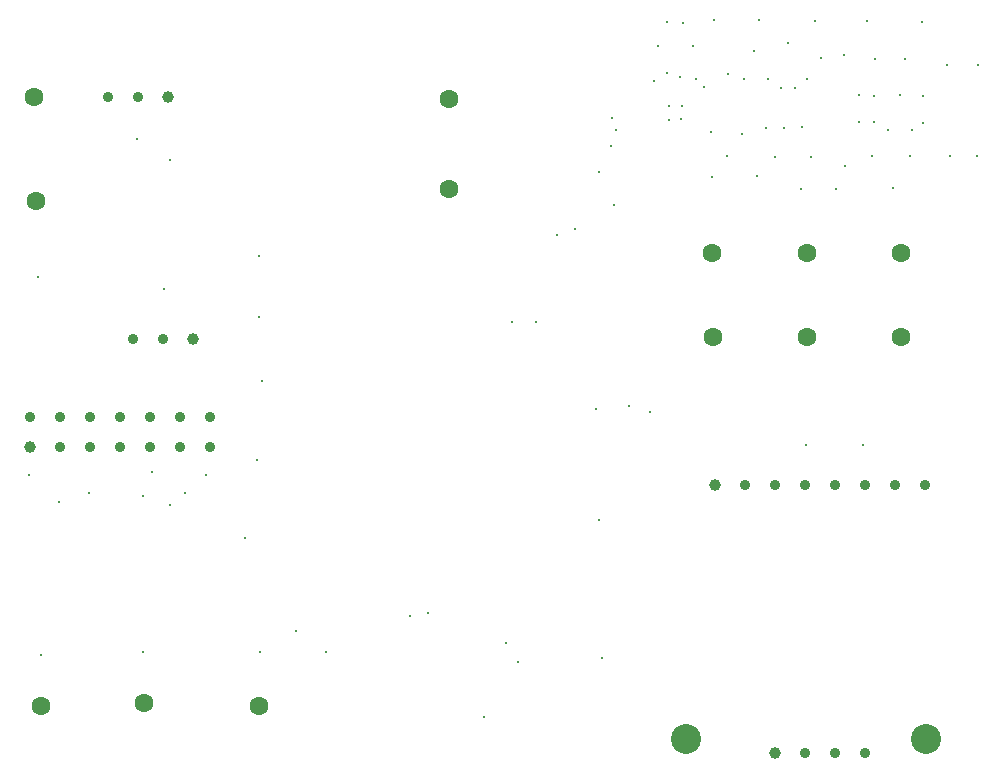
<source format=gbr>
G04 Generated by Ultiboard 14.0 *
%FSLAX24Y24*%
%MOIN*%

%ADD10C,0.0001*%
%ADD11C,0.0630*%
%ADD12C,0.0120*%
%ADD13C,0.0350*%
%ADD14C,0.0392*%
%ADD15C,0.1000*%


G04 ColorRGB 000000 for the following layer *
%LNDrill-Copper Top-Copper Bottom*%
%LPD*%
G54D11*
X27742Y24435D03*
X27905Y7609D03*
X31343Y7709D03*
X35160Y7579D03*
X53424Y19895D03*
X56563Y19895D03*
X50285Y19895D03*
X50273Y22704D03*
X56581Y22704D03*
X41483Y24818D03*
X27662Y27891D03*
X41486Y27825D03*
X53427Y22704D03*
G54D12*
X27800Y21900D03*
X32200Y25800D03*
X31100Y26500D03*
X32000Y21500D03*
X35100Y15800D03*
X31600Y15400D03*
X32700Y14700D03*
X31300Y14600D03*
X29500Y14700D03*
X28500Y14400D03*
X34700Y13200D03*
X32200Y14300D03*
X27900Y9300D03*
X44400Y20400D03*
X43600Y20400D03*
X46500Y25400D03*
X46500Y13800D03*
X45100Y23300D03*
X45700Y23500D03*
X47000Y24300D03*
X46400Y17500D03*
X47500Y17600D03*
X31300Y9400D03*
X35200Y9400D03*
X37400Y9400D03*
X46600Y9200D03*
X48200Y17400D03*
X27500Y15300D03*
X33400Y15300D03*
X53400Y16300D03*
X40200Y10600D03*
X43400Y9700D03*
X40800Y10700D03*
X55300Y16310D03*
X42680Y7220D03*
X47070Y26800D03*
X50240Y26740D03*
X51260Y26660D03*
X56130Y26810D03*
X51320Y28490D03*
X52120Y28490D03*
X53420Y28490D03*
X50790Y28670D03*
X54680Y29300D03*
X54690Y25580D03*
X48760Y30400D03*
X48460Y29580D03*
X49290Y30360D03*
X49210Y28550D03*
X49740Y28490D03*
X49630Y29600D03*
X48320Y28430D03*
X48750Y28680D03*
X58190Y25940D03*
X59100Y25930D03*
X58110Y28950D03*
X59120Y28960D03*
X53020Y28200D03*
X52570Y28210D03*
X52670Y26870D03*
X53270Y26880D03*
X52060Y26870D03*
X57300Y27040D03*
X57300Y27930D03*
X56520Y27950D03*
X55670Y27940D03*
X55650Y27060D03*
X55160Y27950D03*
X55160Y27050D03*
X56690Y29150D03*
X55700Y29160D03*
X57280Y30400D03*
X55430Y30440D03*
X53690Y30420D03*
X50340Y30450D03*
X51660Y29440D03*
X52810Y29680D03*
X50780Y25920D03*
X52370Y25910D03*
X53550Y25880D03*
X55600Y25940D03*
X56860Y25920D03*
X56290Y24860D03*
X54400Y24840D03*
X50260Y25230D03*
X46940Y27180D03*
X51820Y30450D03*
X35270Y18440D03*
X56920Y26800D03*
X53910Y29190D03*
X51760Y25260D03*
X53230Y24820D03*
X46900Y26250D03*
X49250Y27600D03*
X49220Y27150D03*
X48820Y27140D03*
X48820Y27600D03*
X43790Y9060D03*
X50000Y28240D03*
X36410Y10080D03*
X35170Y20560D03*
X35180Y22590D03*
G54D13*
X57359Y14960D03*
X52359Y14960D03*
X51359Y14960D03*
X53359Y14960D03*
X55359Y14960D03*
X54359Y14960D03*
X56359Y14960D03*
X31525Y17234D03*
X33525Y17234D03*
X33525Y16234D03*
X32525Y17234D03*
X28525Y17234D03*
X28525Y16234D03*
X27525Y17234D03*
X31525Y16234D03*
X30525Y17234D03*
X30525Y16234D03*
X29525Y17234D03*
X29525Y16234D03*
X32525Y16234D03*
X31968Y19838D03*
X30968Y19838D03*
X31116Y27894D03*
X30116Y27894D03*
X54353Y6040D03*
X53353Y6040D03*
X55353Y6040D03*
G54D14*
X50359Y14960D03*
X27525Y16234D03*
X32968Y19838D03*
X32116Y27894D03*
X52353Y6040D03*
G54D15*
X49400Y6500D03*
X57400Y6500D03*

M02*

</source>
